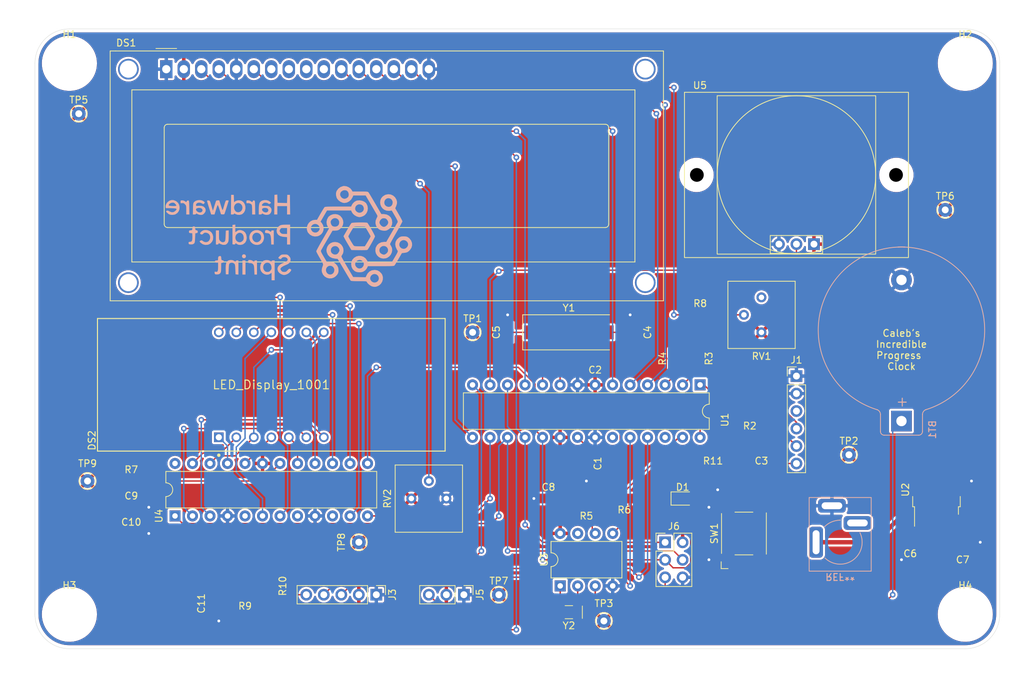
<source format=kicad_pcb>
(kicad_pcb (version 20211014) (generator pcbnew)
  (title_block (title "Caleb's Incredible Progress Clock") (date "2022-07-22") (rev "C"))
  (layers (0 "F.Cu" signal) (31 "B.Cu" signal) (34 "B.Paste" user) (35 "F.Paste" user) (36 "B.SilkS" user "B.Silkscreen") (37 "F.SilkS" user "F.Silkscreen") (38 "B.Mask" user) (39 "F.Mask" user) (44 "Edge.Cuts" user))
  (net 0 "")
  (net 1 "Net-(BT1-Pad1)")
  (net 2 "GND")
  (net 3 "Net-(C1-Pad1)")
  (net 4 "VCC")
  (net 5 "RESET_L")
  (net 6 "Net-(C3-Pad2)")
  (net 7 "/XTAL1")
  (net 8 "/XTAL2")
  (net 9 "Net-(C6-Pad1)")
  (net 10 "Net-(DS1-Pad15)")
  (net 11 "/LCD_D7")
  (net 12 "/LCD_D6")
  (net 13 "/LCD_D5")
  (net 14 "/LCD_D4")
  (net 19 "/LCD_E")
  (net 20 "/LCD_RS")
  (net 21 "/SEG_E")
  (net 22 "/SEG_D")
  (net 23 "/SEG_DP")
  (net 24 "/SEG_C")
  (net 25 "/SEG_G")
  (net 26 "/DIG_3")
  (net 27 "/DIG_4")
  (net 28 "/SEG_B")
  (net 29 "/DIG_2")
  (net 30 "/DIG_1")
  (net 31 "/SEG_F")
  (net 32 "/SEG_A")
  (net 33 "/DIG_0")
  (net 34 "Net-(J1-Pad5)")
  (net 35 "Net-(J1-Pad4)")
  (net 38 "/Joystick_VRx")
  (net 39 "/Joystick_VRy")
  (net 40 "/Button_SW")
  (net 41 "/PIR_Sensor_OUT")
  (net 42 "/Sound_Sensor_DO")
  (net 43 "RXD")
  (net 44 "TXD")
  (net 45 "/RTC_SCL")
  (net 46 "/RTC_SDA")
  (net 47 "Net-(R7-Pad2)")
  (net 48 "/MAX7219_CS")
  (net 49 "/MAX7219_CLK")
  (net 50 "/MAX7219_DIN")
  (net 53 "Net-(U3-Pad1)")
  (net 54 "Net-(U3-Pad2)")
  (net 60 "Net-(DS1-Pad3)")
  (net 61 "Net-(J3-Pad5)")
  (net 62 "Net-(D1-Pad1)")
  (net 64 "Net-(R8-Pad2)")
  (footprint "footprints:Adafruit-1001-0-0-MFG" (layer "F.Cu") (at 114.3 106.68 90)
    (fp_text reference "DS2")
    (fp_text value "LED_Display_1001")
  )
  (footprint "footprints:MountingHole_3.2mm_M3" (layer "F.Cu") (at 215 140)
    (fp_text reference "H4")
    (fp_text value "MountingHole")
  )
  (footprint "footprints:R_0805_2012Metric" (layer "F.Cu") (at 175.26 102.87 90)
    (fp_text reference "R3")
    (fp_text value "R_0805_47")
  )
  (footprint "footprints:C_0805_2012Metric" (layer "F.Cu") (at 148.59 99.06 90)
    (fp_text reference "C5")
    (fp_text value "C_0805_22pf")
  )
  (footprint "footprints:R_0805_2012Metric" (layer "F.Cu") (at 176.53 96.52)
    (fp_text reference "R8")
    (fp_text value "R_0805_47")
  )
  (footprint "footprints:R_0805_2012Metric" (layer "F.Cu") (at 110.49 137.16 180)
    (fp_text reference "R9")
    (fp_text value "R_0805_1K")
  )
  (footprint "footprints:PinHeader_1x06_P2.54mm_Vertical" (layer "F.Cu") (at 190.5 105.41)
    (fp_text reference "J1")
    (fp_text value "Conn_01x06")
  )
  (footprint "footprints:R_0805_2012Metric" (layer "F.Cu") (at 183.73 114.3)
    (fp_text reference "R2")
    (fp_text value "R_0805_10K")
  )
  (footprint "footprints:C_0805_2012Metric" (layer "F.Cu") (at 93.98 124.46)
    (fp_text reference "C9")
    (fp_text value "C_0805_10uf")
  )
  (footprint "footprints:C_0805_2012Metric" (layer "F.Cu") (at 93.98 128.27)
    (fp_text reference "C10")
    (fp_text value "C_0805_0.1uf")
  )
  (footprint "footprints:SW_SPST_Omron_B3FS-100xP" (layer "F.Cu") (at 182.88 128.27 90)
    (fp_text reference "SW1")
    (fp_text value "Omron_B3F_SPST")
  )
  (footprint "footprints:C_0805_2012Metric" (layer "F.Cu") (at 161.29 102.87 180)
    (fp_text reference "C2")
    (fp_text value "C_0805_0.1uf")
  )
  (footprint "footprints:C_0805_2012Metric" (layer "F.Cu") (at 160.02 118.11 -90)
    (fp_text reference "C1")
    (fp_text value "C_0805_0.1uf")
  )
  (footprint "footprints:TestPoint_THTPad_D2.0mm_Drill1.0mm" (layer "F.Cu") (at 127 129.54 90)
    (fp_text reference "TP8")
    (fp_text value "TestPoint")
  )
  (footprint "footprints:TO-252-2" (layer "F.Cu") (at 210.82 121.92 90)
    (fp_text reference "U2")
    (fp_text value "L7805")
  )
  (footprint "footprints:Crystal_SMD_HC49-SD" (layer "F.Cu") (at 157.48 99.06)
    (fp_text reference "Y1")
    (fp_text value "Crystal_16MHz")
  )
  (footprint "footprints:TestPoint_THTPad_D2.0mm_Drill1.0mm" (layer "F.Cu") (at 86.36 67.31)
    (fp_text reference "TP5")
    (fp_text value "TestPoint")
  )
  (footprint "footprints:R_0805_2012Metric" (layer "F.Cu") (at 165.52 123.19 180)
    (fp_text reference "R6")
    (fp_text value "R_0805_4.7K")
  )
  (footprint "footprints:R_0805_2012Metric" (layer "F.Cu") (at 160.02 123.19)
    (fp_text reference "R5")
    (fp_text value "R_0805_4.7K")
  )
  (footprint "footprints:PIRMotionModule" (layer "F.Cu") (at 190.5 76.2)
    (fp_text reference "U5")
    (fp_text value "PIRMotionModule")
  )
  (footprint "footprints:TestPoint_THTPad_D2.0mm_Drill1.0mm" (layer "F.Cu") (at 198.12 116.84)
    (fp_text reference "TP2")
    (fp_text value "TestPoint")
  )
  (footprint "footprints:DIP-28_W7.62mm" (layer "F.Cu") (at 176.52 106.69 -90)
    (fp_text reference "U1")
    (fp_text value "ATmega328-PU")
  )
  (footprint "footprints:PinHeader_2x03_P2.54mm_Vertical" (layer "F.Cu") (at 171.445 129.555)
    (fp_text reference "J6")
    (fp_text value "Conn_02x03_Odd_Even")
  )
  (footprint "footprints:DIP-8_W7.62mm" (layer "F.Cu") (at 156.22 135.88 90)
    (fp_text reference "U3")
    (fp_text value "DS1307_DIP-8")
  )
  (footprint "footprints:PinHeader_1x05_P2.54mm_Vertical" (layer "F.Cu") (at 129.535 137.16 -90)
    (fp_text reference "J3")
    (fp_text value "Conn_01x05")
  )
  (footprint "footprints:LED_0805_2012Metric" (layer "F.Cu") (at 173.99 123.19)
    (fp_text reference "D1")
    (fp_text value "LED_0805")
  )
  (footprint "footprints:PinHeader_1x03_P2.54mm_Vertical" (layer "F.Cu") (at 142.24 137.16 -90)
    (fp_text reference "J5")
    (fp_text value "Conn_01x03")
  )
  (footprint "footprints:R_0805_2012Metric" (layer "F.Cu") (at 93.98 120.65)
    (fp_text reference "R7")
    (fp_text value "R_0805_22K")
  )
  (footprint "footprints:C_0805_2012Metric" (layer "F.Cu") (at 166.37 99.06 90)
    (fp_text reference "C4")
    (fp_text value "C_0805_22pf")
  )
  (footprint "footprints:MountingHole_3.2mm_M3" (layer "F.Cu") (at 215 60)
    (fp_text reference "H2")
    (fp_text value "MountingHole")
  )
  (footprint "footprints:TestPoint_THTPad_D2.0mm_Drill1.0mm" (layer "F.Cu") (at 87.63 120.65)
    (fp_text reference "TP9")
    (fp_text value "TestPoint")
  )
  (footprint "footprints:Potentiometer_Bourns_3386P_Vertical" (layer "F.Cu") (at 185.42 93.98 180)
    (fp_text reference "RV1")
    (fp_text value "R_POT_10K")
  )
  (footprint "footprints:C_0805_2012Metric" (layer "F.Cu") (at 106.68 138.43 -90)
    (fp_text reference "C11")
    (fp_text value "C_0805_0.1uf")
  )
  (footprint "footprints:MountingHole_3.2mm_M3" (layer "F.Cu") (at 85 140)
    (fp_text reference "H3")
    (fp_text value "MountingHole")
  )
  (footprint "footprints:Crystal_SMD_2Pin_3.2x1.5mm" (layer "F.Cu") (at 157.48 139.7 180)
    (fp_text reference "Y2")
    (fp_text value "Crystal_32768Hz")
  )
  (footprint "footprints:R_0805_2012Metric" (layer "F.Cu") (at 172.72 102.87 90)
    (fp_text reference "R4")
    (fp_text value "R_0805_47")
  )
  (footprint "footprints:MountingHole_3.2mm_M3" (layer "F.Cu") (at 85 60)
    (fp_text reference "H1")
    (fp_text value "MountingHole")
  )
  (footprint "footprints:R_0805_2012Metric" (layer "F.Cu") (at 114.3 135.89 -90)
    (fp_text reference "R10")
    (fp_text value "R_0805_10K")
  )
  (footprint "footprints:C_0805_2012Metric" (layer "F.Cu") (at 185.42 119.38)
    (fp_text reference "C3")
    (fp_text value "C_0805_0.1uf")
  )
  (footprint "footprints:DIP-24_W7.62mm" (layer "F.Cu") (at 100.325 125.72 90)
    (fp_text reference "U4")
    (fp_text value "MAX7219")
  )
  (footprint "footprints:TestPoint_THTPad_D2.0mm_Drill1.0mm" (layer "F.Cu") (at 162.56 140.97)
    (fp_text reference "TP3")
    (fp_text value "TestPoint")
  )
  (footprint "footprints:C_0805_2012Metric" (layer "F.Cu") (at 207.01 129.54 180)
    (fp_text reference "C6")
    (fp_text value "C_0805_1uf")
  )
  (footprint "footprints:Potentiometer_Bourns_3386P_Vertical" (layer "F.Cu") (at 139.7 123.19 90)
    (fp_text reference "RV2")
    (fp_text value "R_POT_10K")
  )
  (footprint "footprints:TestPoint_THTPad_D2.0mm_Drill1.0mm" (layer "F.Cu") (at 212.09 81.28)
    (fp_text reference "TP6")
    (fp_text value "TestPoint")
  )
  (footprint "footprints:TestPoint_THTPad_D2.0mm_Drill1.0mm" (layer "F.Cu") (at 147.32 137.16)
    (fp_text reference "TP7")
    (fp_text value "TestPoint")
  )
  (footprint "footprints:C_0805_2012Metric" (layer "F.Cu") (at 154.52 123.19)
    (fp_text reference "C8")
    (fp_text value "C_0805_0.1uf")
  )
  (footprint "footprints:C_0805_2012Metric" (layer "F.Cu") (at 214.63 129.54)
    (fp_text reference "C7")
    (fp_text value "C_0805_0.1uf")
  )
  (footprint "footprints:R_0805_2012Metric" (layer "F.Cu") (at 178.4 119.38)
    (fp_text reference "R11")
    (fp_text value "R_0805_2.2K")
  )
  (footprint "footprints:TC1602A-01T" (layer "F.Cu") (at 99.06 60.8425)
    (fp_text reference "DS1")
    (fp_text value "TC1602A-01T")
  )
  (footprint "footprints:TestPoint_THTPad_D2.0mm_Drill1.0mm" (layer "F.Cu") (at 143.51 99.06)
    (fp_text reference "TP1")
    (fp_text value "TestPoint")
  )
  (footprint "footprints:Wurth-694106402002" (layer "B.Cu") (at 196.85 129.54)
    (fp_text reference "J2")
    (fp_text value "Power_inlet_vertical" hide)
  )
  (footprint "footprints:HPS_logo" (layer "B.Cu") (at 116.84 85.09 180)
    (fp_text reference "G***" hide)
    (fp_text value "LOGO" hide)
  )
  (footprint "footprints:BatteryHolder_Keystone_106_1x20mm" (layer "B.Cu") (at 205.739984 111.943686 90)
    (fp_text reference "BT1")
    (fp_text value "Battery_Cell")
  )
  (gr_line locked (start 220 60) (end 220 140) (layer "Edge.Cuts") (width 0.05))
  (gr_line locked (start 80 60) (end 80 140) (layer "Edge.Cuts") (width 0.05))
  (gr_arc locked (start 80 60) (mid 81.464466 56.464466) (end 85 55) (layer "Edge.Cuts") (width 0.05))
  (gr_arc locked (start 85 145) (mid 81.464466 143.535534) (end 80 140) (layer "Edge.Cuts") (width 0.05))
  (gr_arc locked (start 220 140) (mid 218.535534 143.535534) (end 215 145) (layer "Edge.Cuts") (width 0.05))
  (gr_line locked (start 215 55) (end 85 55) (layer "Edge.Cuts") (width 0.05))
  (gr_arc locked (start 215 55) (mid 218.535534 56.464466) (end 220 60) (layer "Edge.Cuts") (width 0.05))
  (gr_line locked (start 215 145) (end 85 145) (layer "Edge.Cuts") (width 0.05))
  (gr_text "Caleb's\nIncredible\nProgress \nClock" (at 205.74 101.6) (layer "F.SilkS") (effects (font (size 1 1))))
  (segment (start 203.2 138.43) (end 204.47 137.16) (width 0.2032) (layer "F.Cu") (net 1))
  (segment (start 161.3 135.88) (end 161.3 137.17) (width 0.2032) (layer "F.Cu") (net 1))
  (segment (start 161.3 137.17) (end 162.56 138.43) (width 0.2032) (layer "F.Cu") (net 1))
  (segment (start 162.56 138.43) (end 203.2 138.43) (width 0.2032) (layer "F.Cu") (net 1))
  (via (at 204.47 137.16) (size 0.8128) (drill 0.4064) (layers "F.Cu" "B.Cu") (net 1))
  (segment (start 204.47 137.16) (end 204.47 113.21367) (width 0.2032) (layer "B.Cu") (net 1))
  (segment (start 204.47 113.21367) (end 205.739984 111.943686) (width 0.2032) (layer "B.Cu") (net 1))
  (segment (start 166.37 98.21) (end 166.37 96.52) (width 0.2032) (layer "F.Cu") (net 2))
  (segment (start 215.48 129.54) (end 217.17 129.54) (width 0.2032) (layer "F.Cu") (net 2))
  (segment (start 148.59 98.21) (end 148.59 96.52) (width 0.2032) (layer "F.Cu") (net 2))
  (segment (start 210.82 119.820004) (end 215.070004 119.820004) (width 0.508) (layer "F.Cu") (net 2))
  (segment (start 158.74 106.69) (end 158.74 104.57) (width 0.2032) (layer "F.Cu") (net 2))
  (segment (start 179.07 119.56) (end 179.07 121.92) (width 0.2032) (layer "F.Cu") (net 2))
  (segment (start 94.83 124.46) (end 96.52 124.46) (width 0.2032) (layer "F.Cu") (net 2))
  (segment (start 215.070004 119.820004) (end 215.9 120.65) (width 0.508) (layer "F.Cu") (net 2))
  (segment (start 206.16 129.54) (end 206.16 131.66) (width 0.2032) (layer "F.Cu") (net 2))
  (segment (start 206.16 131.66) (end 205.74 132.08) (width 0.2032) (layer "F.Cu") (net 2))
  (segment (start 177.99 124.27) (end 177.8 124.46) (width 0.2032) (layer "F.Cu") (net 2))
  (segment (start 179.25 119.38) (end 179.07 119.56) (width 0.2032) (layer "F.Cu") (net 2))
  (segment (start 153.67 123.19) (end 152.4 123.19) (width 0.2032) (layer "F.Cu") (net 2))
  (segment (start 158.74 104.57) (end 160.44 102.87) (width 0.2032) (layer "F.Cu") (net 2))
  (segment (start 180.63 124.27) (end 177.99 124.27) (width 0.2032) (layer "F.Cu") (net 2))
  (segment (start 177.99 132.27) (end 177.8 132.08) (width 0.2032) (layer "F.Cu") (net 2))
  (segment (start 160.02 118.96) (end 160.02 120.65) (width 0.2032) (layer "F.Cu") (net 2))
  (segment (start 106.68 139.28) (end 106.68 140.97) (width 0.2032) (layer "F.Cu") (net 2))
  (segment (start 94.83 128.27) (end 96.52 128.27) (width 0.2032) (layer "F.Cu") (net 2))
  (segment (start 180.63 132.27) (end 177.99 132.27) (width 0.2032) (layer "F.Cu") (net 2))
  (via (at 177.8 132.08) (size 0.8128) (drill 0.4064) (layers "F.Cu" "B.Cu") (net 2))
  (via (at 96.52 124.46) (size 0.8128) (drill 0.4064) (layers "F.Cu" "B.Cu") (net 2))
  (via (at 215.9 120.65) (size 0.8128) (drill 0.4064) (layers "F.Cu" "B.Cu") (net 2))
  (via (at 160.02 120.65) (size 0.8128) (drill 0.4064) (layers "F.Cu" "B.Cu") (net 2))
  (via (at 96.52 128.27) (size 0.8128) (drill 0.4064) (layers "F.Cu" "B.Cu") (net 2))
  (via (at 179.07 121.92) (size 0.8128) (drill 0.4064) (layers "F.Cu" "B.Cu") (net 2))
  (via (at 148.59 96.52) (size 0.8128) (drill 0.4064) (layers "F.Cu" "B.Cu") (net 2))
  (via (at 106.68 140.97) (size 0.8128) (drill 0.4064) (layers "F.Cu" "B.Cu") (net 2))
  (via (at 152.4 123.19) (size 0.8128) (drill 0.4064) (layers "F.Cu" "B.Cu") (net 2))
  (via (at 177.8 124.46) (size 0.8128) (drill 0.4064) (layers "F.Cu" "B.Cu") (net 2))
  (via (at 166.37 96.52) (size 0.8128) (drill 0.4064) (layers "F.Cu" "B.Cu") (net 2))
  (via (at 205.74 132.08) (size 0.8128) (drill 0.4064) (layers "F.Cu" "B.Cu") (net 2))
  (via (at 217.17 129.54) (size 0.8128) (drill 0.4064) (layers "F.Cu" "B.Cu") (net 2))
  (segment (start 160.02 115.59) (end 158.74 114.31) (width 0.2032) (layer "F.Cu") (net 3))
  (segment (start 160.02 117.26) (end 160.02 115.59) (width 0.2032) (layer "F.Cu") (net 3))
  (segment (start 171.445 135.885) (end 171.445 134.635) (width 0.2032) (layer "F.Cu") (net 5))
  (segment (start 172.72 137.16) (end 171.445 135.885) (width 0.2032) (layer "F.Cu") (net 5))
  (segment (start 181.61 137.16) (end 172.72 137.16) (width 0.2032) (layer "F.Cu") (net 5))
  (segment (start 185.13 133.64) (end 181.61 137.16) (width 0.2032) (layer "F.Cu") (net 5))
  (segment (start 185.13 132.27) (end 185.13 133.64) (width 0.2032) (layer "F.Cu") (net 5))
  (segment (start 184.57 119.38) (end 184.57 123.71) (width 0.2032) (layer "F.Cu") (net 5))
  (segment (start 184.58 119.37) (end 184.57 119.38) (width 0.2032) (layer "F.Cu") (net 5))
  (segment (start 184.58 114.3) (end 184.58 119.37) (width 0.2032) (layer "F.Cu") (net 5))
  (segment (start 185.13 132.27) (end 185.13 124.27) (width 0.2032) (layer "F.Cu") (net 5))
  (segment (start 184.58 114.175) (end 177.095 106.69) (width 0.2032) (layer "F.Cu") (net 5))
  (segment (start 177.095 106.69) (end 176.52 106.69) (width 0.2032) (layer "F.Cu") (net 5))
  (segment (start 184.58 114.3) (end 184.58 114.175) (width 0.2032) (layer "F.Cu") (net 5))
  (segment (start 184.57 123.71) (end 185.13 124.27) (width 0.2032) (layer "F.Cu") (net 5))
  (segment (start 187.54 118.11) (end 190.5 118.11) (width 0.2032) (layer "F.Cu") (net 6))
  (segment (start 186.27 119.38) (end 187.54 118.11) (width 0.2032) (layer "F.Cu") (net 6))
  (segment (start 156.2 104.59) (end 156.2 106.69) (width 0.2032) (layer "F.Cu") (net 7))
  (segment (start 161.73 99.06) (end 165.52 99.06) (width 0.2032) (layer "F.Cu") (net 7))
  (segment (start 165.52 99.06) (end 166.37 99.91) (width 0.2032) (layer "F.Cu") (net 7))
  (segment (start 161.73 99.06) (end 156.2 104.59) (width 0.2032) (layer "F.Cu") (net 7))
  (segment (start 149.44 99.06) (end 148.59 99.91) (width 0.2032) (layer "F.Cu") (net 8))
  (segment (start 153.23 99.06) (end 153.66 99.49) (width 0.2032) (layer "F.Cu") (net 8))
  (segment (start 153.66 99.49) (end 153.66 106.69) (width 0.2032) (layer "F.Cu") (net 8))
  (segment (start 153.23 99.06) (end 149.44 99.06) (width 0.2032) (layer "F.Cu") (net 8))
  (segment (start 193.350007 129.54) (end 201.93 129.54) (width 0.635) (layer "F.Cu") (net 9))
  (segment (start 208.539994 126.119992) (end 208.539994 128.859991) (width 0.635) (layer "F.Cu") (net 9))
  (segment (start 205.350008 126.119992) (end 208.539994 126.119992) (width 0.635) (layer "F.Cu") (net 9))
  (segment (start 201.93 129.54) (end 205.350008 126.119992) (width 0.635) (layer "F.Cu") (net 9))
  (segment (start 208.539994 128.859991) (end 207.860011 129.54) (width 0.635) (layer "F.Cu") (net 9))
  (segment (start 175.68 96.52) (end 172.72 96.52) (width 0.2032) (layer "F.Cu") (net 10))
  (segment (start 134.62 60.8425) (end 137.2775 63.5) (width 0.2032) (layer "F.Cu") (net 10))
  (segment (start 137.2775 63.5) (end 172.72 63.5) (width 0.2032) (layer "F.Cu") (net 10))
  (via (at 172.72 63.5) (size 0.8128) (drill 0.4064) (layers "F.Cu" "B.Cu") (net 10))
  (via (at 172.72 96.52) (size 0.8128) (drill 0.4064) (layers "F.Cu" "B.Cu") (net 10))
  (segment (start 172.72 63.5) (end 172.72 96.52) (width 0.2032) (layer "B.Cu") (net 10))
  (segment (start 132.08 60.8425) (end 136.0075 64.77) (width 0.2032) (layer "F.Cu") (net 11))
  (segment (start 170.18 64.77) (end 171.45 66.04) (width 0.2032) (layer "F.Cu") (net 11))
  (segment (start 136.0075 64.77) (end 170.18 64.77) (width 0.2032) (layer "F.Cu") (net 11))
  (via (at 171.45 66.04) (size 0.8128) (drill 0.4064) (layers "F.Cu" "B.Cu") (net 11))
  (segment (start 168.9 106.69) (end 171.45 104.14) (width 0.2032) (layer "B.Cu") (net 11))
  (segment (start 171.45 104.14) (end 171.45 66.04) (width 0.2032) (layer "B.Cu") (net 11))
  (segment (start 168.91 66.04) (end 170.18 67.31) (width 0.2032) (layer "F.Cu") (net 12))
  (segment (start 129.54 60.8425) (end 134.7375 66.04) (width 0.2032) (layer "F.Cu") (net 12))
  (segment (start 134.7375 66.04) (end 168.91 66.04) (width 0.2032) (layer "F.Cu") (net 12))
  (via (at 170.18 67.31) (size 0.8128) (drill 0.4064) (layers "F.Cu" "B.Cu") (net 12))
  (segment (start 166.36 106.69) (end 170.363791 102.686209) (width 0.2032) (layer "B.Cu") (net 12))
  (segment (start 170.363791 102.686209) (end 170.363791 67.493791) (width 0.2032) (layer "B.Cu") (net 12))
  (segment (start 170.363791 67.493791) (end 170.18 67.31) (width 0.2032) (layer "B.Cu") (net 12))
  (segment (start 133.4675 67.31) (end 161.29 67.31) (width 0.2032) (layer "F.Cu") (net 13))
  (segment (start 161.29 67.31) (end 163.83 69.85) (width 0.2032) (layer "F.Cu") (net 13))
  (segment (start 127 60.8425) (end 133.4675 67.31) (width 0.2032) (layer "F.Cu") (net 13))
  (via (at 163.83 69.85) (size 0.8128) (drill 0.4064) (layers "F.Cu" "B.Cu") (net 13))
  (segment (start 163.82 69.86) (end 163.83 69.85) (width 0.2032) (layer "B.Cu") (net 13))
  (segment (start 163.82 106.69) (end 163.82 69.86) (width 0.2032) (layer "B.Cu") (net 13))
  (segment (start 133.4675 69.85) (end 149.86 69.85) (width 0.2032) (layer "F.Cu") (net 14))
  (segment (start 124.46 60.8425) (end 133.4675 69.85) (width 0.2032) (layer "F.Cu") (net 14))
  (via (at 149.86 69.85) (size 0.8128) (drill 0.4064) (layers "F.Cu" "B.Cu") (net 14))
  (segment (start 149.86 69.85) (end 151.12 71.11) (width 0.2032) (layer "B.Cu") (net 14))
  (segment (start 151.12 71.11) (end 151.12 106.69) (width 0.2032) (layer "B.Cu") (net 14))
  (segment (start 122.0375 71.12) (end 147.32 71.12) (width 0.2032) (layer "F.Cu") (net 19))
  (segment (start 111.76 60.8425) (end 122.0375 71.12) (width 0.2032) (layer "F.Cu") (net 19))
  (segment (start 171.445 129.555) (end 153.685 129.555) (width 0.2032) (layer "F.Cu") (net 19))
  (segment (start 153.685 129.555) (end 151.13 127) (width 0.2032) (layer "F.Cu") (net 19))
  (segment (start 147.32 71.12) (end 149.86 73.66) (width 0.2032) (layer "F.Cu") (net 19))
  (via (at 151.13 127) (size 0.8128) (drill 0.4064) (layers "F.Cu" "B.Cu") (net 19))
  (via (at 149.86 73.66) (size 0.8128) (drill 0.4064) (layers "F.Cu" "B.Cu") (net 19))
  (segment (start 151.12 126.99) (end 151.13 127) (width 0.2032) (layer "B.Cu") (net 19))
  (segment (start 151.12 114.31) (end 151.12 126.99) (width 0.2032) (layer "B.Cu") (net 19))
  (segment (start 149.86 113.05) (end 149.86 73.66) (width 0.2032) (layer "B.Cu") (net 19))
  (segment (start 151.12 114.31) (end 149.86 113.05) (width 0.2032) (layer "B.Cu") (net 19))
  (segment (start 106.68 60.8425) (end 120.7675 74.93) (width 0.2032) (layer "F.Cu") (net 20))
  (segment (start 120.7675 74.93) (end 140.97 74.93) (width 0.2032) (layer "F.Cu") (net 20))
  (via (at 140.97 74.93) (size 0.8128) (drill 0.4064) (layers "F.Cu" "B.Cu") (net 20))
  (segment (start 143.5 114.31) (end 140.97 111.78) (width 0.2032) (layer "B.Cu") (net 20))
  (segment (start 140.97 111.78) (end 140.97 74.93) (width 0.2032) (layer "B.Cu") (net 20))
  (segment (start 106.68 114.3) (end 107.945 115.565) (width 0.2032) (layer "B.Cu") (net 21))
  (segment (start 107.945 115.565) (end 107.945 118.1) (width 0.2032) (layer "B.Cu") (net 21))
  (segment (start 106.930222 116.589778) (end 104.375222 116.589778) (width 0.2032) (layer "F.Cu") (net 22))
  (segment (start 104.375222 116.589778) (end 102.865 118.1) (width 0.2032) (layer "F.Cu") (net 22))
  (segment (start 109.22 114.3) (end 106.930222 116.589778) (width 0.2032) (layer "F.Cu") (net 22))
  (segment (start 121.92 99.06) (end 119.38 101.6) (width 0.2032) (layer "F.Cu") (net 23))
  (segment (start 111.76 114.3) (end 109.064311 116.995689) (width 0.2032) (layer "F.Cu") (net 23))
  (segment (start 119.38 101.6) (end 114.3 101.6) (width 0.2032) (layer "F.Cu") (net 23))
  (segment (start 106.509311 116.995689) (end 105.405 118.1) (width 0.2032) (layer "F.Cu") (net 23))
  (segment (start 109.064311 116.995689) (end 106.509311 116.995689) (width 0.2032) (layer "F.Cu") (net 23))
  (via (at 114.3 101.6) (size 0.8128) (drill 0.4064) (layers "F.Cu" "B.Cu") (net 23))
  (segment (start 111.76 114.3) (end 111.76 104.14) (width 0.2032) (layer "B.Cu") (net 23))
  (segment (start 111.76 104.14) (end 114.3 101.6) (width 0.2032) (layer "B.Cu") (net 23))
  (segment (start 114.3 114.3) (end 110.5 118.1) (width 0.2032) (layer "F.Cu") (net 24))
  (segment (start 110.5 118.1) (end 110.485 118.1) (width 0.2032) (layer "F.Cu") (net 24))
  (segment (start 116.84 114.3) (end 118.105 115.565) (width 0.2032) (layer "F.Cu") (net 25))
  (segment (start 118.105 115.565) (end 118.105 118.1) (width 0.2032) (layer "F.Cu") (net 25))
  (segment (start 119.38 114.3) (end 118.11 113.03) (width 0.2032) (layer "F.Cu") (net 26))
  (segment (start 118.11 113.03) (end 101.6 113.03) (width 0.2032) (layer "F.Cu") (net 26))
  (via (at 101.6 113.03) (size 0.8128) (drill 0.4064) (layers "F.Cu" "B.Cu") (net 26))
  (segment (start 101.6 113.03) (end 101.6 124.455) (width 0.2032) (layer "B.Cu") (net 26))
  (segment (start 101.6 124.455) (end 102.865 125.72) (width 0.2032) (layer "B.Cu") (net 26))
  (segment (start 119.38 111.76) (end 104.14 111.76) (width 0.2032) (layer "F.Cu") (net 27))
  (segment (start 121.92 114.3) (end 119.38 111.76) (width 0.2032) (layer "F.Cu") (net 27))
  (via (at 104.14 111.76) (size 0.8128) (drill 0.4064) (layers "F.Cu" "B.Cu") (net 27))
  (segment (start 104.14 124.455) (end 105.405 125.72) (width 0.2032) (layer "B.Cu") (net 27))
  (segment (start 104.14 111.76) (end 104.14 124.455) (width 0.2032) (layer "B.Cu") (net 27))
  (segment (start 119.38 99.06) (end 120.645 100.325) (width 0.2032) (layer "B.Cu") (net 28))
  (segment (start 120.645 100.325) (end 120.645 118.1) (width 0.2032) (layer "B.Cu") (net 28))
  (segment (start 116.84 99.06) (end 118.11 97.79) (width 0.2032) (layer "F.Cu") (net 29))
  (segment (start 118.11 97.79) (end 127 97.79) (width 0.2032) (layer "F.Cu") (net 29))
  (via (at 127 97.79) (size 0.8128) (drill 0.4064) (layers "F.Cu" "B.Cu") (net 29))
  (segment (start 127 97.79) (end 127 124.445) (width 0.2032) (layer "B.Cu") (net 29))
  (segment (start 127 124.445) (end 125.725 125.72) (width 0.2032) (layer "B.Cu") (net 29))
  (segment (start 109.22 115.720311) (end 109.22 119.38) (width 0.2032) (layer "B.Cu") (net 30))
  (segment (start 113.025 123.185) (end 113.025 125.72) (width 0.2032) (layer "B.Cu") (net 30))
  (segment (start 114.3 99.06) (end 110.49 102.87) (width 0.2032) (layer "B.Cu") (net 30))
  (segment (start 110.49 102.87) (end 110.49 114.450311) (width 0.2032) (layer "B.Cu") (net 30))
  (segment (start 110.49 114.450311) (end 109.22 115.720311) (width 0.2032) (layer "B.Cu") (net 30))
  (segment (start 109.22 119.38) (end 113.025 123.185) (width 0.2032) (layer "B.Cu") (net 30))
  (segment (start 111.76 99.06) (end 114.3 96.52) (width 0.2032) (layer "F.Cu") (net 31))
  (segment (start 114.3 96.52) (end 123.19 96.52) (width 0.2032) (layer "F.Cu") (net 31))
  (via (at 123.19 96.52) (size 0.8128) (drill 0.4064) (layers "F.Cu" "B.Cu") (net 31))
  (segment (start 123.19 96.52) (end 123.185 96.525) (width 0.2032) (layer "B.Cu") (net 31))
  (segment (start 123.185 96.525) (end 123.185 118.1) (width 0.2032) (layer "B.Cu") (net 31))
  (segment (start 109.22 99.06) (end 113.03 95.25) (width 0.2032) (layer "F.Cu") (net 32))
  (segment (start 113.03 95.25) (end 125.73 95.25) (width 0.2032) (layer "F.Cu") (net 32))
  (via (at 125.73 95.25) (size 0.8128) (drill 0.4064) (layers "F.Cu" "B.Cu") (net 32))
  (segment (start 125.725 95.255) (end 125.725 118.1) (width 0.2032) (layer "B.Cu") (net 32))
  (segment (start 125.73 95.25) (end 125.725 95.255) (width 0.2032) (layer "B.Cu") (net 32))
  (segment (start 111.76 93.98) (end 115.57 93.98) (width 0.2032) (layer "F.Cu") (net 33))
  (segment (start 106.68 99.06) (end 111.76 93.98) (width 0.2032) (layer "F.Cu") (net 33))
  (via (at 115.57 93.98) (size 0.8128) (drill 0.4064) (layers "F.Cu" "B.Cu") (net 33))
  (segment (start 116.669311 124.615689) (end 115.565 125.72) (width 0.2032) (layer "B.Cu") (net 33))
  (segment (start 115.57 114.450311) (end 116.669311 115.549622) (width 0.2032) (layer "B.Cu") (net 33))
  (segment (start 116.669311 115.549622) (end 116.669311 124.615689) (width 0.2032) (layer "B.Cu") (net 33))
  (segment (start 115.57 93.98) (end 115.57 114.450311) (width 0.2032) (layer "B.Cu") (net 33))
  (segment (start 176.95 102.02) (end 190.5 115.57) (width 0.2032) (layer "F.Cu") (net 34))
  (segment (start 175.26 102.02) (end 176.95 102.02) (width 0.2032) (layer "F.Cu") (net 34))
  (segment (start 172.72 100.33) (end 173.99 99.06) (width 0.2032) (layer "F.Cu") (net 35))
  (segment (start 173.99 99.06) (end 177.437557 99.06) (width 0.2032) (layer "F.Cu") (net 35))
  (segment (start 177.437557 99.06) (end 190.5 112.122443) (width 0.2032) (layer "F.Cu") (net 35))
  (segment (start 172.72 102.02) (end 172.72 100.33) (width 0.2032) (layer "F.Cu") (net 35))
  (segment (start 190.5 112.122443) (end 190.5 113.03) (width 0.2032) (layer "F.Cu") (net 35))
  (segment (start 124.455 137.16) (end 126.995 134.62) (width 0.2032) (layer "F.Cu") (net 38))
  (segment (start 126.995 134.62) (end 165.1 134.62) (width 0.2032) (layer "F.Cu") (net 38))
  (segment (start 165.1 134.62) (end 166.37 135.89) (width 0.2032) (layer "F.Cu") (net 38))
  (via (at 166.37 135.89) (size 0.8128) (drill 0.4064) (layers "F.Cu" "B.Cu") (net 38))
  (segment (start 166.36 114.31) (end 166.36 135.88) (width 0.2032) (layer "B.Cu") (net 38))
  (segment (start 166.36 135.88) (end 166.37 135.89) (width 0.2032) (layer "B.Cu") (net 38))
  (segment (start 166.37 133.35) (end 167.64 134.62) (width 0.2032) (layer "F.Cu") (net 39))
  (segment (start 125.725 133.35) (end 166.37 133.35) (width 0.2032) (layer "F.Cu") (net 39))
  (segment (start 121.915 137.16) (end 125.725 133.35) (width 0.2032) (layer "F.Cu") (net 39))
  (via (at 167.64 134.62) (size 0.8128) (drill 0.4064) (layers "F.Cu" "B.Cu") (net 39))
  (segment (start 168.9 114.31) (end 168.9 133.36) (width 0.2032) (layer "B.Cu") (net 39))
  (segment (start 168.9 133.36) (end 167.64 134.62) (width 0.2032) (layer "B.Cu") (net 39))
  (segment (start 109.64 137.16) (end 107.1 137.16) (width 0.2032) (layer "F.Cu") (net 40))
  (segment (start 143.51 132.08) (end 144.78 130.81) (width 0.2032) (layer "F.Cu") (net 40))
  (segment (start 106.68 134.62) (end 109.22 132.08) (width 0.2032) (layer "F.Cu") (net 40))
  (segment (start 106.68 137.58) (end 106.68 134.62) (width 0.2032) (layer "F.Cu") (net 40))
  (segment (start 107.1 137.16) (end 106.68 137.58) (width 0.2032) (layer "F.Cu") (net 40))
  (segment (start 109.22 132.08) (end 143.51 132.08) (width 0.2032) (layer "F.Cu") (net 40))
  (via (at 144.78 130.81) (size 0.8128) (drill 0.4064) (layers "F.Cu" "B.Cu") (net 40))
  (segment (start 144.78 130.81) (end 144.78 107.97) (width 0.2032) (layer "B.Cu") (net 40))
  (segment (start 144.78 107.97) (end 143.5 106.69) (width 0.2032) (layer "B.Cu") (net 40))
  (segment (start 189.23 90.17) (end 189.098889 90.038889) (width 0.2032) (layer "F.Cu") (net 41))
  (segment (start 190.5 88.9) (end 189.23 90.17) (width 0.2032) (layer "F.Cu") (net 41))
  (segment (start 190.5 86.25) (end 190.5 88.9) (width 0.2032) (layer "F.Cu") (net 41))
  (segment (start 147.451111 90.038889) (end 147.32 90.17) (width 0.2032) (layer "F.Cu") (net 41))
  (segment (start 189.098889 90.038889) (end 147.451111 90.038889) (width 0.2032) (layer "F.Cu") (net 41))
  (via (at 147.32 90.17) (size 0.8128) (drill 0.4064) (layers "F.Cu" "B.Cu") (net 41))
  (segment (start 147.32 90.17) (end 146.04 91.45) (width 0.2032) (layer "B.Cu") (net 41))
  (segment (start 146.04 91.45) (end 146.04 106.69) (width 0.2032) (layer "B.Cu") (net 41))
  (segment (start 142.24 142.24) (end 149.86 142.24) (width 0.2032) (layer "F.Cu") (net 42))
  (segment (start 137.16 137.16) (end 142.24 142.24) (width 0.2032) (layer "F.Cu") (net 42))
  (via (at 149.86 142.24) (size 0.8128) (drill 0.4064) (layers "F.Cu" "B.Cu") (net 42))
  (segment (start 149.86 142.24) (end 149.86 114.028267) (width 0.2032) (layer "B.Cu") (net 42))
  (segment (start 148.58 112.748267) (end 148.58 106.69) (width 0.2032) (layer "B.Cu") (net 42))
  (segment (start 149.86 114.028267) (end 148.58 112.748267) (width 0.2032) (layer "B.Cu") (net 42))
  (segment (start 175.26 105.41) (end 173.98 106.69) (width 0.2032) (layer "F.Cu") (net 43))
  (segment (start 175.26 103.72) (end 175.26 105.41) (width 0.2032) (layer "F.Cu") (net 43))
  (segment (start 172.72 103.72) (end 172.72 105.41) (width 0.2032) (layer "F.Cu") (net 44))
  (segment (start 172.72 105.41) (end 171.44 106.69) (width 0.2032) (layer "F.Cu") (net 44))
  (segment (start 176.52 113.02) (end 176.52 114.31) (width 0.2032) (layer "F.Cu") (net 45))
  (segment (start 165.1 111.76) (end 175.26 111.76) (width 0.2032) (layer "F.Cu") (net 45))
  (segment (start 160.87 123.19) (end 164.924311 119.135689) (width 0.2032) (layer "F.Cu") (net 45))
  (segment (start 160.87 127.83) (end 161.3 128.26) (width 0.2032) (layer "F.Cu") (net 45))
  (segment (start 175.26 111.76) (end 176.52 113.02) (width 0.2032) (layer "F.Cu") (net 45))
  (segment (start 164.924311 119.135689) (end 164.924311 111.935689) (width 0.2032) (layer "F.Cu") (net 45))
  (segment (start 164.924311 111.935689) (end 165.1 111.76) (width 0.2032) (layer "F.Cu") (net 45))
  (segment (start 160.87 123.19) (end 160.87 127.83) (width 0.2032) (layer "F.Cu") (net 45))
  (segment (start 164.67 123.065) (end 173.425 114.31) (width 0.2032) (layer "F.Cu") (net 46))
  (segment (start 173.425 114.31) (end 173.98 114.31) (width 0.2032) (layer "F.Cu") (net 46))
  (segment (start 164.67 123.19) (end 164.67 127.43) (width 0.2032) (layer "F.Cu") (net 46))
  (segment (start 164.67 127.43) (end 163.84 128.26) (width 0.2032) (layer "F.Cu") (net 46))
  (segment (start 164.67 123.19) (end 164.67 123.065) (width 0.2032) (layer "F.Cu") (net 46))
  (segment (start 94.83 120.65) (end 113.015 120.65) (width 0.2032) (layer "F.Cu") (net 47))
  (segment (start 113.015 120.65) (end 115.565 118.1) (width 0.2032) (layer "F.Cu") (net 47))
  (segment (start 143.52 125.72) (end 146.05 123.19) (width 0.2032) (layer "F.Cu") (net 48))
  (segment (start 128.265 125.72) (end 143.52 125.72) (width 0.2032) (layer "F.Cu") (net 48))
  (via (at 146.05 123.19) (size 0.8128) (drill 0.4064) (layers "F.Cu" "B.Cu") (net 48))
  (segment (start 146.04 123.18) (end 146.05 123.19) (width 0.2032) (layer "B.Cu") (net 48))
  (segment (start 146.04 114.31) (end 146.04 123.18) (width 0.2032) (layer "B.Cu") (net 48))
  (segment (start 175.139311 123.401811) (end 175.139311 132.573132) (width 0.2032) (layer "F.Cu") (net 49))
  (segment (start 175.139311 132.573132) (end 174.463132 133.249311) (width 0.2032) (layer "F.Cu") (net 49))
  (segment (start 153.67 132.08) (end 153.685 132.095) (width 0.2032) (layer "F.Cu") (net 49))
  (segment (start 172.599311 133.249311) (end 171.445 132.095) (width 0.2032) (layer "F.Cu") (net 49))
  (segment (start 174.463132 133.249311) (end 172.599311 133.249311) (width 0.2032) (layer "F.Cu") (net 49))
  (segment (start 174.9275 123.19) (end 175.139311 123.401811) (width 0.2032) (layer "F.Cu") (net 49))
  (segment (start 152.555689 113.205689) (end 153.66 114.31) (width 0.2032) (layer "F.Cu") (net 49))
  (segment (start 129.54 104.14) (end 150.131733 104.14) (width 0.2032) (layer "F.Cu") (net 49))
  (segment (start 152.555689 106.563956) (end 152.555689 113.205689) (width 0.2032) (layer "F.Cu") (net 49))
  (segment (start 150.131733 104.14) (end 152.555689 106.563956) (width 0.2032) (layer "F.Cu") (net 49))
  (segment (start 153.685 132.095) (end 171.445 132.095) (width 0.2032) (layer "F.Cu") (net 49))
  (via (at 129.54 104.14) (size 0.8128) (drill 0.4064) (layers "F.Cu" "B.Cu") (net 49))
  (via (at 153.67 132.08) (size 0.8128) (drill 0.4064) (layers "F.Cu" "B.Cu") (net 49))
  (segment (start 128.265 118.1) (end 128.265 105.415) (width 0.2032) (layer "B.Cu") (net 49))
  (segment (start 153.66 114.31) (end 153.66 132.07) (width 0.2032) (layer "B.Cu") (net 49))
  (segment (start 153.66 132.07) (end 153.67 132.08) (width 0.2032) (layer "B.Cu") (net 49))
  (segment (start 128.265 105.415) (end 129.54 104.14) (width 0.2032) (layer "B.Cu") (net 49))
  (segment (start 101.429311 126.824311) (end 146.225689 126.824311) (width 0.2032) (layer "F.Cu") (net 50))
  (segment (start 148.59 130.81) (end 172.7 130.81) (width 0.2032) (layer "F.Cu") (net 50))
  (segment (start 100.325 125.72) (end 101.429311 126.824311) (width 0.2032) (layer "F.Cu") (net 50))
  (segment (start 146.225689 126.824311) (end 147.32 125.73) (width 0.2032) (layer "F.Cu") (net 50))
  (segment (start 172.7 130.81) (end 173.985 132.095) (width 0.2032) (layer "F.Cu") (net 50))
  (via (at 148.59 130.81) (size 0.8128) (drill 0.4064) (layers "F.Cu" "B.Cu") (net 50))
  (via (at 147.32 125.73) (size 0.8128) (drill 0.4064) (layers "F.Cu" "B.Cu") (net 50))
  (segment (start 148.58 130.8) (end 148.59 130.81) (width 0.2032) (layer "B.Cu") (net 50))
  (segment (start 148.58 114.31) (end 148.58 130.8) (width 0.2032) (layer "B.Cu") (net 50))
  (segment (start 147.32 125.73) (end 147.32 115.57) (width 0.2032) (layer "B.Cu") (net 50))
  (segment (start 147.32 115.57) (end 148.58 114.31) (width 0.2032) (layer "B.Cu") (net 50))
  (segment (start 156.22 135.88) (end 156.22 139.69) (width 0.2032) (layer "F.Cu") (net 53))
  (segment (start 156.22 139.69) (end 156.23 139.7) (width 0.2032) (layer "F.Cu") (net 53))
  (segment (start 158.76 139.67) (end 158.73 139.7) (width 0.2032) (layer "F.Cu") (net 54))
  (segment (start 158.76 135.88) (end 158.76 139.67) (width 0.2032) (layer "F.Cu") (net 54))
  (segment (start 104.14 60.96) (end 104.14 60.8425) (width 0.2032) (layer "F.Cu") (net 60))
  (segment (start 134.62 76.2) (end 119.38 76.2) (width 0.2032) (layer "F.Cu") (net 60))
  (segment (start 119.38 76.2) (end 104.14 60.96) (width 0.2032) (layer "F.Cu") (net 60))
  (segment (start 135.89 77.47) (end 134.62 76.2) (width 0.2032) (layer "F.Cu") (net 60))
  (via (at 135.89 77.47) (size 0.8128) (drill 0.4064) (layers "F.Cu" "B.Cu") (net 60))
  (segment (start 137.16 78.74) (end 135.89 77.47) (width 0.2032) (layer "B.Cu") (net 60))
  (segment (start 137.16 120.65) (end 137.16 78.74) (width 0.2032) (layer "B.Cu") (net 60))
  (segment (start 114.3 136.74) (end 111.76 136.74) (width 0.2032) (layer "F.Cu") (net 61))
  (segment (start 114.72 137.16) (end 114.3 136.74) (width 0.2032) (layer "F.Cu") (net 61))
  (segment (start 119.375 137.16) (end 114.72 137.16) (width 0.2032) (layer "F.Cu") (net 61))
  (segment (start 111.76 136.74) (end 111.34 137.16) (width 0.2032) (layer "F.Cu") (net 61))
  (segment (start 173.99 119.38) (end 173.0525 120.3175) (width 0.2032) (layer "F.Cu") (net 62))
  (segment (start 177.55 119.38) (end 173.99 119.38) (width 0.2032) (layer "F.Cu") (net 62))
  (segment (start 173.0525 120.3175) (end 173.0525 123.19) (width 0.2032) (layer "F.Cu") (net 62))
  (segment (start 177.38 96.52) (end 182.88 96.52) (width 0.2032) (layer "F.Cu") (net 64))
  (zone locked (net 0) (net_name "") (layers F&B.Cu) (connect_pads (clearance 0)) (min_thickness 0.254)
    (keepout (tracks not_allowed) (vias not_allowed) (pads allowed) (copperpour not_allowed) (footprints allowed))
    (fill (thermal_gap 0.508) (thermal_bridge_width 0.508))
    (polygon (pts (xy 219.005141 140) (xy 218.984638 139.595255) (xy 218.923337 139.194655) (xy 218.821867 138.802299) (xy 218.681267 138.422207) (xy 218.502975 138.058269) (xy 218.288818 137.714212) (xy 218.040989 137.393558) (xy 217.762024 137.09959) (xy 217.454779 136.835318) (xy 217.122401 136.603448) (xy 216.768293 136.406354) (xy 216.39608 136.246053) (xy 216.009573 136.124188) (xy 215.61273 136.042006) (xy 215.209613 136.000348) (xy 214.80435 135.999641) (xy 214.40109 136.039891) (xy 214.003962 136.120688) (xy 213.617032 136.241203) (xy 213.244262 136.400203) (xy 212.889468 136.59606) (xy 212.556283 136.826768) (xy 212.248118 137.089966) (xy 211.968128 137.382958) (xy 211.719181 137.702745) (xy 211.503824 138.046053) (xy 211.324263 138.409367) (xy 211.182337 138.788966) (xy 211.079498 139.180964) (xy 211.0168 139.581349) (xy 210.994883 139.986019) (xy 211.013974 140.390833) (xy 211.073876 140.791646) (xy 211.173975 141.184352) (xy 211.313248 141.564933) (xy 211.490268 141.929491) (xy 211.703223 142.274294) (xy 211.949932 142.595812) (xy 212.227869 142.890751) (xy 212.534189 143.156094) (xy 212.865755 143.389123) (xy 213.219173 143.587452) (xy 213.590825 143.74905) (xy 213.976904 143.872264) (xy 214.373458 143.955831) (xy 214.776427 143.998896) (xy 215.181685 144.001018) (xy 215.585083 143.962175) (xy 215.982491 143.882765) (xy 216.369839 143.763601) (xy 216.743162 143.605904) (xy 217.098637 143.411286) (xy 217.432626 143.181743) (xy 217.741708 142.919622) (xy 218.022718 142.627609) (xy 218.272781 142.308693) (xy 218.489334 141.966139) (xy 218.670162 141.603454) (xy 218.813412 141.224353) (xy 218.917619 140.832716) (xy 218.981715 140.432553) (xy 219.005043 140.027961)))
  )
  (zone locked (net 0) (net_name "") (layers F&B.Cu) (connect_pads (clearance 0)) (min_thickness 0.254)
    (keepout (tracks not_allowed) (vias not_allowed) (pads allowed) (copperpour not_allowed) (footprints allowed))
    (fill (thermal_gap 0.508) (thermal_bridge_width 0.508))
    (polygon (pts (xy 89.005141 60) (xy 88.984638 59.595255) (xy 88.923337 59.194655) (xy 88.821867 58.802299) (xy 88.681267 58.422207) (xy 88.502975 58.058269) (xy 88.288818 57.714212) (xy 88.040989 57.393558) (xy 87.762024 57.09959) (xy 87.454779 56.835318) (xy 87.122401 56.603448) (xy 86.768293 56.406354) (xy 86.39608 56.246053) (xy 86.009573 56.124188) (xy 85.61273 56.042006) (xy 85.209613 56.000348) (xy 84.80435 55.999641) (xy 84.40109 56.039891) (xy 84.003962 56.120688) (xy 83.617032 56.241203) (xy 83.244262 56.400203) (xy 82.889468 56.59606) (xy 82.556283 56.826768) (xy 82.248118 57.089966) (xy 81.968128 57.382958) (xy 81.719181 57.702745) (xy 81.503824 58.046053) (xy 81.324263 58.409367) (xy 81.182337 58.788966) (xy 81.079498 59.180964) (xy 81.0168 59.581349) (xy 80.994883 59.986019) (xy 81.013974 60.390833) (xy 81.073876 60.791646) (xy 81.173975 61.184352) (xy 81.313248 61.564933) (xy 81.490268 61.929491) (xy 81.703223 62.274294) (xy 81.949932 62.595812) (xy 82.227869 62.890751) (xy 82.534189 63.156094) (xy 82.865755 63.389123) (xy 83.219173 63.587452) (xy 83.590825 63.74905) (xy 83.976904 63.872264) (xy 84.373458 63.955831) (xy 84.776427 63.998896) (xy 85.181685 64.001018) (xy 85.585083 63.962175) (xy 85.982491 63.882765) (xy 86.369839 63.763601) (xy 86.743162 63.605904) (xy 87.098637 63.411286) (xy 87.432626 63.181743) (xy 87.741708 62.919622) (xy 88.022718 62.627609) (xy 88.272781 62.308693) (xy 88.489334 61.966139) (xy 88.670162 61.603454) (xy 88.813412 61.224353) (xy 88.917619 60.832716) (xy 88.981715 60.432553) (xy 89.005043 60.027961)))
  )
  (zone (net 4) (net_name "VCC") (layer "F.Cu") (connect_pads (clearance 0.3048)) (min_thickness 0.3048) (fill yes (thermal_gap 0.3048) (thermal_bridge_width 0.508))
    (polygon (pts (xy 220.98 147.32) (xy 78.74 148.59) (xy 77.47 53.34) (xy 220.98 53.34)))
  )
  (zone locked (net 0) (net_name "") (layers F&B.Cu) (connect_pads (clearance 0)) (min_thickness 0.254)
    (keepout (tracks not_allowed) (vias not_allowed) (pads allowed) (copperpour not_allowed) (footprints allowed))
    (fill (thermal_gap 0.508) (thermal_bridge_width 0.508))
    (polygon (pts (xy 89.005141 140) (xy 88.984638 139.595255) (xy 88.923337 139.194655) (xy 88.821867 138.802299) (xy 88.681267 138.422207) (xy 88.502975 138.058269) (xy 88.288818 137.714212) (xy 88.040989 137.393558) (xy 87.762024 137.09959) (xy 87.454779 136.835318) (xy 87.122401 136.603448) (xy 86.768293 136.406354) (xy 86.39608 136.246053) (xy 86.009573 136.124188) (xy 85.61273 136.042006) (xy 85.209613 136.000348) (xy 84.80435 135.999641) (xy 84.40109 136.039891) (xy 84.003962 136.120688) (xy 83.617032 136.241203) (xy 83.244262 136.400203) (xy 82.889468 136.59606) (xy 82.556283 136.826768) (xy 82.248118 137.089966) (xy 81.968128 137.382958) (xy 81.719181 137.702745) (xy 81.503824 138.046053) (xy 81.324263 138.409367) (xy 81.182337 138.788966) (xy 81.079498 139.180964) (xy 81.0168 139.581349) (xy 80.994883 139.986019) (xy 81.013974 140.390833) (xy 81.073876 140.791646) (xy 81.173975 141.184352) (xy 81.313248 141.564933) (xy 81.490268 141.929491) (xy 81.703223 142.274294) (xy 81.949932 142.595812) (xy 82.227869 142.890751) (xy 82.534189 143.156094) (xy 82.865755 143.389123) (xy 83.219173 143.587452) (xy 83.590825 143.74905) (xy 83.976904 143.872264) (xy 84.373458 143.955831) (xy 84.776427 143.998896) (xy 85.181685 144.001018) (xy 85.585083 143.962175) (xy 85.982491 143.882765) (xy 86.369839 143.763601) (xy 86.743162 143.605904) (xy 87.098637 143.411286) (xy 87.432626 143.181743) (xy 87.741708 142.919622) (xy 88.022718 142.627609) (xy 88.272781 142.308693) (xy 88.489334 141.966139) (xy 88.670162 141.603454) (xy 88.813412 141.224353) (xy 88.917619 140.832716) (xy 88.981715 140.432553) (xy 89.005043 140.027961)))
  )
  (zone locked (net 0) (net_name "") (layers F&B.Cu) (connect_pads (clearance 0)) (min_thickness 0.254)
    (keepout (tracks not_allowed) (vias not_allowed) (pads allowed) (copperpour not_allowed) (footprints allowed))
    (fill (thermal_gap 0.508) (thermal_bridge_width 0.508))
    (polygon (pts (xy 219.005141 60) (xy 218.984638 59.595255) (xy 218.923337 59.194655) (xy 218.821867 58.802299) (xy 218.681267 58.422207) (xy 218.502975 58.058269) (xy 218.288818 57.714212) (xy 218.040989 57.393558) (xy 217.762024 57.09959) (xy 217.454779 56.835318) (xy 217.122401 56.603448) (xy 216.768293 56.406354) (xy 216.39608 56.246053) (xy 216.009573 56.124188) (xy 215.61273 56.042006) (xy 215.209613 56.000348) (xy 214.80435 55.999641) (xy 214.40109 56.039891) (xy 214.003962 56.120688) (xy 213.617032 56.241203) (xy 213.244262 56.400203) (xy 212.889468 56.59606) (xy 212.556283 56.826768) (xy 212.248118 57.089966) (xy 211.968128 57.382958) (xy 211.719181 57.702745) (xy 211.503824 58.046053) (xy 211.324263 58.409367) (xy 211.182337 58.788966) (xy 211.079498 59.180964) (xy 211.0168 59.581349) (xy 210.994883 59.986019) (xy 211.013974 60.390833) (xy 211.073876 60.791646) (xy 211.173975 61.184352) (xy 211.313248 61.564933) (xy 211.490268 61.929491) (xy 211.703223 62.274294) (xy 211.949932 62.595812) (xy 212.227869 62.890751) (xy 212.534189 63.156094) (xy 212.865755 63.389123) (xy 213.219173 63.587452) (xy 213.590825 63.74905) (xy 213.976904 63.872264) (xy 214.373458 63.955831) (xy 214.776427 63.998896) (xy 215.181685 64.001018) (xy 215.585083 63.962175) (xy 215.982491 63.882765) (xy 216.369839 63.763601) (xy 216.743162 63.605904) (xy 217.098637 63.411286) (xy 217.432626 63.181743) (xy 217.741708 62.919622) (xy 218.022718 62.627609) (xy 218.272781 62.308693) (xy 218.489334 61.966139) (xy 218.670162 61.603454) (xy 218.813412 61.224353) (xy 218.917619 60.832716) (xy 218.981715 60.432553) (xy 219.005043 60.027961)))
  )
  (zone (net 2) (net_name "GND") (layer "B.Cu") (connect_pads (clearance 0.3048)) (min_thickness 0.3048) (fill yes (thermal_gap 0.3048) (thermal_bridge_width 0.508))
    (polygon (pts (xy 223.52 149.86) (xy 74.93 151.13) (xy 74.93 50.8) (xy 223.52 50.8)))
  )
)
</source>
